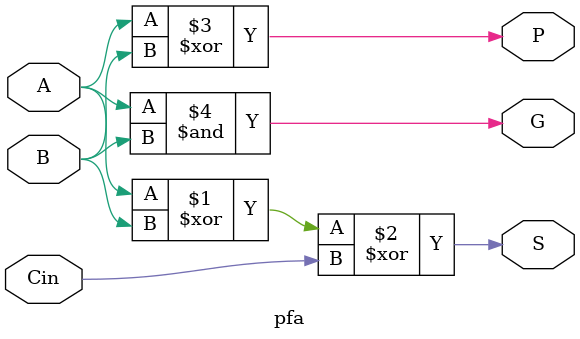
<source format=v>
module pfa(A,B,Cin,S,G,P); //Partial full adder

input A,B,Cin;
output S,G,P;

assign S = (A ^ B) ^ Cin;

assign P = A ^ B;

assign G =  A & B;


endmodule 
</source>
